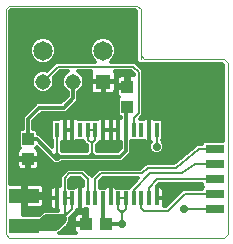
<source format=gtl>
G75*
%MOIN*%
%OFA0B0*%
%FSLAX25Y25*%
%IPPOS*%
%LPD*%
%AMOC8*
5,1,8,0,0,1.08239X$1,22.5*
%
%ADD10C,0.00000*%
%ADD11R,0.10000X0.05000*%
%ADD12R,0.01575X0.04724*%
%ADD13R,0.04331X0.03937*%
%ADD14R,0.03937X0.04331*%
%ADD15R,0.06299X0.03150*%
%ADD16R,0.05150X0.05150*%
%ADD17C,0.05150*%
%ADD18C,0.06496*%
%ADD19C,0.00800*%
%ADD20C,0.21654*%
%ADD21C,0.01200*%
%ADD22C,0.02775*%
%ADD23C,0.03200*%
D10*
X0004100Y0003487D02*
X0005350Y0002238D01*
X0076913Y0002238D01*
X0078163Y0003487D01*
X0078163Y0060675D01*
X0076913Y0061925D01*
X0050350Y0061925D01*
X0049100Y0063175D01*
X0049100Y0061925D01*
X0049100Y0063175D02*
X0049100Y0078488D01*
X0047850Y0079738D01*
X0005350Y0079738D01*
X0004100Y0078488D01*
X0004100Y0003487D01*
D11*
X0010350Y0006300D03*
X0010350Y0016300D03*
D12*
X0021216Y0015508D03*
X0023775Y0015508D03*
X0026334Y0015508D03*
X0028893Y0015508D03*
X0031452Y0015508D03*
X0034011Y0015508D03*
X0036570Y0015508D03*
X0039130Y0015508D03*
X0041689Y0015508D03*
X0044248Y0015508D03*
X0046807Y0015508D03*
X0049366Y0015508D03*
X0051925Y0015508D03*
X0054484Y0015508D03*
X0054484Y0038342D03*
X0051925Y0038342D03*
X0049366Y0038342D03*
X0046807Y0038342D03*
X0044248Y0038342D03*
X0041689Y0038342D03*
X0039130Y0038342D03*
X0036570Y0038342D03*
X0034011Y0038342D03*
X0031452Y0038342D03*
X0028893Y0038342D03*
X0026334Y0038342D03*
X0023775Y0038342D03*
X0021216Y0038342D03*
D13*
X0030754Y0006925D03*
X0037446Y0006925D03*
D14*
X0011600Y0028579D03*
X0011600Y0035271D03*
X0044725Y0046079D03*
X0044725Y0052771D03*
D15*
X0073788Y0031925D03*
X0073788Y0026925D03*
X0073788Y0021925D03*
X0073788Y0016925D03*
X0073788Y0011925D03*
D16*
X0036600Y0054425D03*
D17*
X0026600Y0054425D03*
X0016600Y0054425D03*
D18*
X0016600Y0064779D03*
X0036600Y0064779D03*
D19*
X0046600Y0059425D02*
X0048475Y0057550D01*
X0048475Y0043800D01*
X0046807Y0042132D01*
X0046807Y0038342D01*
X0054484Y0038342D02*
X0054484Y0032791D01*
X0051600Y0025675D02*
X0060975Y0025675D01*
X0068475Y0031925D01*
X0073788Y0031925D01*
X0073788Y0026925D02*
X0067225Y0026925D01*
X0062850Y0023800D01*
X0052225Y0023800D01*
X0046807Y0018382D01*
X0046807Y0015508D01*
X0049366Y0015508D02*
X0049366Y0012284D01*
X0050350Y0011300D01*
X0058162Y0011300D01*
X0063787Y0016925D01*
X0073788Y0016925D01*
X0073788Y0021925D02*
X0054725Y0021925D01*
X0051925Y0019125D01*
X0051925Y0015508D01*
X0049725Y0023800D02*
X0051600Y0025675D01*
X0049725Y0023800D02*
X0035975Y0023800D01*
X0034011Y0021836D01*
X0034011Y0015508D01*
X0031452Y0015508D02*
X0031452Y0022073D01*
X0029725Y0023800D01*
X0025350Y0023800D01*
X0023775Y0022225D01*
X0023775Y0015508D01*
X0023775Y0010350D01*
X0023944Y0010519D01*
X0024881Y0010519D01*
X0022850Y0008488D01*
X0022850Y0009425D02*
X0023775Y0010350D01*
X0024881Y0010519D02*
X0026334Y0011972D01*
X0026334Y0015508D01*
X0023775Y0015508D01*
X0021216Y0029425D02*
X0021216Y0038342D01*
X0027850Y0029425D02*
X0031600Y0029425D01*
X0032850Y0030675D01*
X0034100Y0029425D01*
X0032850Y0029425D02*
X0032850Y0030675D01*
X0032850Y0033800D01*
X0034011Y0034961D01*
X0034011Y0038342D01*
X0031452Y0038342D01*
X0031600Y0038195D01*
X0031600Y0035050D01*
X0032850Y0033800D01*
X0041689Y0015508D02*
X0041689Y0011836D01*
X0042225Y0011300D01*
X0043475Y0011300D01*
X0042850Y0010675D01*
X0042850Y0006925D01*
X0042850Y0010675D02*
X0042225Y0011300D01*
X0043475Y0011300D02*
X0044248Y0012073D01*
X0044248Y0015508D01*
X0041689Y0015508D01*
X0063475Y0011925D02*
X0073788Y0011925D01*
X0046600Y0059425D02*
X0021600Y0059425D01*
X0016600Y0054425D01*
D20*
X0066167Y0047555D03*
D21*
X0056471Y0041202D02*
X0055768Y0041905D01*
X0053775Y0041905D01*
X0053695Y0041985D01*
X0053330Y0042195D01*
X0052923Y0042305D01*
X0051925Y0042305D01*
X0051925Y0038342D01*
X0051925Y0034380D01*
X0052414Y0034380D01*
X0052290Y0034257D01*
X0051896Y0033306D01*
X0051896Y0032276D01*
X0052290Y0031325D01*
X0053018Y0030598D01*
X0053969Y0030204D01*
X0054999Y0030204D01*
X0055949Y0030598D01*
X0056677Y0031325D01*
X0057071Y0032276D01*
X0057071Y0033306D01*
X0056677Y0034257D01*
X0056084Y0034850D01*
X0056084Y0035096D01*
X0056471Y0035483D01*
X0056471Y0041202D01*
X0056197Y0041476D02*
X0076563Y0041476D01*
X0076563Y0040277D02*
X0056471Y0040277D01*
X0056471Y0039079D02*
X0076563Y0039079D01*
X0076563Y0037880D02*
X0056471Y0037880D01*
X0056471Y0036682D02*
X0076563Y0036682D01*
X0076563Y0035483D02*
X0056471Y0035483D01*
X0056649Y0034285D02*
X0069726Y0034285D01*
X0069438Y0033997D02*
X0069438Y0033525D01*
X0068548Y0033525D01*
X0067960Y0033578D01*
X0067896Y0033525D01*
X0067812Y0033525D01*
X0067395Y0033108D01*
X0060396Y0027275D01*
X0050937Y0027275D01*
X0050000Y0026338D01*
X0049062Y0025400D01*
X0035312Y0025400D01*
X0034375Y0024463D01*
X0033349Y0023436D01*
X0032850Y0022938D01*
X0030388Y0025400D01*
X0024687Y0025400D01*
X0023750Y0024463D01*
X0022175Y0022888D01*
X0022175Y0019470D01*
X0021216Y0019470D01*
X0020218Y0019470D01*
X0019811Y0019361D01*
X0019446Y0019150D01*
X0019148Y0018852D01*
X0018938Y0018487D01*
X0018829Y0018081D01*
X0018829Y0015508D01*
X0021216Y0015508D01*
X0021216Y0019470D01*
X0021216Y0015508D01*
X0021216Y0015508D01*
X0021216Y0015508D01*
X0018829Y0015508D01*
X0018829Y0012935D01*
X0018938Y0012528D01*
X0019148Y0012163D01*
X0019446Y0011865D01*
X0019811Y0011655D01*
X0020218Y0011545D01*
X0021216Y0011545D01*
X0021216Y0015508D01*
X0021216Y0015508D01*
X0021216Y0011545D01*
X0021538Y0011545D01*
X0021538Y0011287D01*
X0017293Y0011287D01*
X0016264Y0010861D01*
X0015476Y0010074D01*
X0015476Y0010074D01*
X0015403Y0010000D01*
X0009787Y0010000D01*
X0009787Y0013902D01*
X0009750Y0013939D01*
X0009750Y0015700D01*
X0010950Y0015700D01*
X0010950Y0016900D01*
X0009750Y0016900D01*
X0009750Y0020400D01*
X0005700Y0020400D01*
X0005700Y0077825D01*
X0006013Y0078138D01*
X0047187Y0078138D01*
X0047500Y0077825D01*
X0047500Y0061262D01*
X0048437Y0060325D01*
X0076250Y0060325D01*
X0076563Y0060012D01*
X0076563Y0034700D01*
X0070141Y0034700D01*
X0069438Y0033997D01*
X0067369Y0033086D02*
X0057071Y0033086D01*
X0056910Y0031888D02*
X0065931Y0031888D01*
X0064493Y0030689D02*
X0056041Y0030689D01*
X0052927Y0030689D02*
X0046035Y0030689D01*
X0046048Y0030702D02*
X0046048Y0034780D01*
X0050075Y0034780D01*
X0050155Y0034700D01*
X0050520Y0034489D01*
X0050927Y0034380D01*
X0051925Y0034380D01*
X0051925Y0038342D01*
X0051925Y0038342D01*
X0051925Y0038342D01*
X0051925Y0042305D01*
X0050927Y0042305D01*
X0050520Y0042195D01*
X0050155Y0041985D01*
X0050075Y0041905D01*
X0048842Y0041905D01*
X0050075Y0043137D01*
X0050075Y0058213D01*
X0049138Y0059150D01*
X0047263Y0061025D01*
X0039136Y0061025D01*
X0040371Y0062260D01*
X0041048Y0063895D01*
X0041048Y0065664D01*
X0040371Y0067299D01*
X0039120Y0068550D01*
X0037485Y0069227D01*
X0035715Y0069227D01*
X0034080Y0068550D01*
X0032829Y0067299D01*
X0032152Y0065664D01*
X0032152Y0063895D01*
X0032829Y0062260D01*
X0034064Y0061025D01*
X0020937Y0061025D01*
X0017889Y0057977D01*
X0017351Y0058200D01*
X0015849Y0058200D01*
X0014462Y0057625D01*
X0013400Y0056563D01*
X0012825Y0055176D01*
X0012825Y0053674D01*
X0013400Y0052287D01*
X0014462Y0051225D01*
X0015849Y0050650D01*
X0017351Y0050650D01*
X0018738Y0051225D01*
X0019800Y0052287D01*
X0020375Y0053674D01*
X0020375Y0055176D01*
X0020152Y0055714D01*
X0022263Y0057825D01*
X0024944Y0057825D01*
X0024462Y0057625D01*
X0023400Y0056563D01*
X0022825Y0055176D01*
X0022825Y0053674D01*
X0023400Y0052287D01*
X0024462Y0051225D01*
X0024800Y0051085D01*
X0024800Y0049546D01*
X0022729Y0047475D01*
X0014604Y0047475D01*
X0010854Y0043725D01*
X0009800Y0042671D01*
X0009800Y0038637D01*
X0009134Y0038637D01*
X0008431Y0037934D01*
X0008431Y0032609D01*
X0008882Y0032159D01*
X0008649Y0032024D01*
X0008351Y0031726D01*
X0008141Y0031361D01*
X0008031Y0030955D01*
X0008031Y0028963D01*
X0011216Y0028963D01*
X0011216Y0028194D01*
X0011984Y0028194D01*
X0011984Y0024813D01*
X0013779Y0024813D01*
X0014186Y0024922D01*
X0014551Y0025133D01*
X0014849Y0025431D01*
X0015059Y0025796D01*
X0015168Y0026203D01*
X0015168Y0028194D01*
X0011984Y0028194D01*
X0011984Y0028963D01*
X0015168Y0028963D01*
X0015168Y0030955D01*
X0015059Y0031361D01*
X0014849Y0031726D01*
X0014551Y0032024D01*
X0014318Y0032159D01*
X0014694Y0032535D01*
X0018848Y0028382D01*
X0019023Y0027959D01*
X0019750Y0027232D01*
X0020701Y0026838D01*
X0021731Y0026838D01*
X0022682Y0027232D01*
X0023075Y0027625D01*
X0042971Y0027625D01*
X0046048Y0030702D01*
X0046048Y0031888D02*
X0052057Y0031888D01*
X0051896Y0033086D02*
X0046048Y0033086D01*
X0046048Y0034285D02*
X0052318Y0034285D01*
X0051925Y0035483D02*
X0051925Y0035483D01*
X0051925Y0036682D02*
X0051925Y0036682D01*
X0051925Y0037880D02*
X0051925Y0037880D01*
X0051925Y0039079D02*
X0051925Y0039079D01*
X0051925Y0040277D02*
X0051925Y0040277D01*
X0051925Y0041476D02*
X0051925Y0041476D01*
X0049612Y0042674D02*
X0076563Y0042674D01*
X0076563Y0043873D02*
X0050075Y0043873D01*
X0050075Y0045071D02*
X0076563Y0045071D01*
X0076563Y0046270D02*
X0050075Y0046270D01*
X0050075Y0047468D02*
X0076563Y0047468D01*
X0076563Y0048667D02*
X0050075Y0048667D01*
X0050075Y0049865D02*
X0076563Y0049865D01*
X0076563Y0051064D02*
X0050075Y0051064D01*
X0050075Y0052262D02*
X0076563Y0052262D01*
X0076563Y0053461D02*
X0050075Y0053461D01*
X0050075Y0054659D02*
X0076563Y0054659D01*
X0076563Y0055858D02*
X0050075Y0055858D01*
X0050075Y0057057D02*
X0076563Y0057057D01*
X0076563Y0058255D02*
X0050033Y0058255D01*
X0048834Y0059454D02*
X0076563Y0059454D01*
X0063055Y0029491D02*
X0044836Y0029491D01*
X0043638Y0028292D02*
X0061616Y0028292D01*
X0057575Y0020325D02*
X0055388Y0020325D01*
X0069438Y0020325D01*
X0069438Y0019853D01*
X0069866Y0019425D01*
X0069438Y0018997D01*
X0069438Y0018525D01*
X0063125Y0018525D01*
X0062187Y0017588D01*
X0057500Y0012900D01*
X0056862Y0012900D01*
X0056871Y0012935D01*
X0056871Y0015508D01*
X0056871Y0018081D01*
X0056762Y0018487D01*
X0056552Y0018852D01*
X0056254Y0019150D01*
X0055889Y0019361D01*
X0055482Y0019470D01*
X0054533Y0019470D01*
X0055388Y0020325D01*
X0054484Y0019421D01*
X0054484Y0015508D01*
X0054484Y0019421D01*
X0054484Y0019421D01*
X0054484Y0015508D01*
X0054484Y0015508D01*
X0056871Y0015508D01*
X0054484Y0015508D01*
X0054484Y0015508D01*
X0054484Y0016307D02*
X0054484Y0016307D01*
X0054484Y0017506D02*
X0054484Y0017506D01*
X0054484Y0018704D02*
X0054484Y0018704D01*
X0054965Y0019903D02*
X0069438Y0019903D01*
X0069438Y0018704D02*
X0056637Y0018704D01*
X0057575Y0020325D02*
X0058475Y0019425D01*
X0056871Y0017506D02*
X0062105Y0017506D01*
X0060907Y0016307D02*
X0056871Y0016307D01*
X0056871Y0015109D02*
X0059708Y0015109D01*
X0058510Y0013910D02*
X0056871Y0013910D01*
X0048362Y0022200D02*
X0045232Y0019070D01*
X0042963Y0019070D01*
X0040980Y0019070D01*
X0040899Y0019150D01*
X0040534Y0019361D01*
X0040128Y0019470D01*
X0039130Y0019470D01*
X0039130Y0015508D01*
X0039129Y0015508D01*
X0039129Y0019470D01*
X0038131Y0019470D01*
X0037725Y0019361D01*
X0037360Y0019150D01*
X0037279Y0019070D01*
X0035611Y0019070D01*
X0035611Y0021174D01*
X0036638Y0022200D01*
X0048362Y0022200D01*
X0047263Y0021101D02*
X0035611Y0021101D01*
X0035611Y0019903D02*
X0046065Y0019903D01*
X0049557Y0025895D02*
X0015086Y0025895D01*
X0015168Y0027094D02*
X0020083Y0027094D01*
X0018885Y0028292D02*
X0011984Y0028292D01*
X0011216Y0028292D02*
X0005700Y0028292D01*
X0005700Y0027094D02*
X0008031Y0027094D01*
X0008031Y0026203D02*
X0008141Y0025796D01*
X0008351Y0025431D01*
X0008649Y0025133D01*
X0009014Y0024922D01*
X0009421Y0024813D01*
X0011216Y0024813D01*
X0011216Y0028194D01*
X0008031Y0028194D01*
X0008031Y0026203D01*
X0008114Y0025895D02*
X0005700Y0025895D01*
X0005700Y0024697D02*
X0023984Y0024697D01*
X0022785Y0023498D02*
X0005700Y0023498D01*
X0005700Y0022300D02*
X0022175Y0022300D01*
X0022175Y0021101D02*
X0005700Y0021101D01*
X0009750Y0019903D02*
X0010950Y0019903D01*
X0010950Y0020400D02*
X0010950Y0016900D01*
X0016950Y0016900D01*
X0016950Y0019011D01*
X0016841Y0019418D01*
X0016630Y0019782D01*
X0016332Y0020080D01*
X0015968Y0020291D01*
X0015561Y0020400D01*
X0010950Y0020400D01*
X0010950Y0018704D02*
X0009750Y0018704D01*
X0009750Y0017506D02*
X0010950Y0017506D01*
X0010950Y0016307D02*
X0018829Y0016307D01*
X0018829Y0015109D02*
X0016950Y0015109D01*
X0016950Y0015700D02*
X0016950Y0013589D01*
X0016841Y0013182D01*
X0016630Y0012818D01*
X0016332Y0012520D01*
X0015968Y0012309D01*
X0015561Y0012200D01*
X0010950Y0012200D01*
X0010950Y0015700D01*
X0016950Y0015700D01*
X0016950Y0013910D02*
X0018829Y0013910D01*
X0018889Y0012712D02*
X0016524Y0012712D01*
X0015717Y0010315D02*
X0009787Y0010315D01*
X0009787Y0011513D02*
X0021538Y0011513D01*
X0021216Y0012712D02*
X0021216Y0012712D01*
X0021216Y0013910D02*
X0021216Y0013910D01*
X0021216Y0015109D02*
X0021216Y0015109D01*
X0021216Y0016307D02*
X0021216Y0016307D01*
X0021216Y0017506D02*
X0021216Y0017506D01*
X0021216Y0018704D02*
X0021216Y0018704D01*
X0022175Y0019903D02*
X0016510Y0019903D01*
X0016950Y0018704D02*
X0019063Y0018704D01*
X0018829Y0017506D02*
X0016950Y0017506D01*
X0010950Y0015109D02*
X0009750Y0015109D01*
X0009779Y0013910D02*
X0010950Y0013910D01*
X0010950Y0012712D02*
X0009787Y0012712D01*
X0011216Y0025895D02*
X0011984Y0025895D01*
X0011984Y0027094D02*
X0011216Y0027094D01*
X0008031Y0029491D02*
X0005700Y0029491D01*
X0005700Y0030689D02*
X0008031Y0030689D01*
X0008513Y0031888D02*
X0005700Y0031888D01*
X0005700Y0033086D02*
X0008431Y0033086D01*
X0008431Y0034285D02*
X0005700Y0034285D01*
X0005700Y0035483D02*
X0008431Y0035483D01*
X0008431Y0036682D02*
X0005700Y0036682D01*
X0005700Y0037880D02*
X0008431Y0037880D01*
X0009800Y0039079D02*
X0005700Y0039079D01*
X0005700Y0040277D02*
X0009800Y0040277D01*
X0009800Y0041476D02*
X0005700Y0041476D01*
X0005700Y0042674D02*
X0009804Y0042674D01*
X0011002Y0043873D02*
X0005700Y0043873D01*
X0005700Y0045071D02*
X0012201Y0045071D01*
X0013399Y0046270D02*
X0005700Y0046270D01*
X0005700Y0047468D02*
X0014598Y0047468D01*
X0015350Y0045675D02*
X0011600Y0041925D01*
X0011600Y0035271D01*
X0014504Y0035271D01*
X0020350Y0029425D01*
X0021216Y0029425D01*
X0027850Y0029425D01*
X0032850Y0029425D01*
X0034100Y0029425D01*
X0042225Y0029425D01*
X0044248Y0031448D01*
X0044248Y0038342D01*
X0044248Y0043948D01*
X0044100Y0045675D01*
X0044321Y0045675D01*
X0044725Y0046079D01*
X0042007Y0049191D02*
X0041556Y0048741D01*
X0041556Y0043416D01*
X0042259Y0042713D01*
X0042448Y0042713D01*
X0042448Y0042305D01*
X0041689Y0042305D01*
X0041689Y0038342D01*
X0041689Y0034380D01*
X0042448Y0034380D01*
X0042448Y0032193D01*
X0041479Y0031225D01*
X0034846Y0031225D01*
X0034563Y0031225D01*
X0034450Y0031338D01*
X0034450Y0033137D01*
X0035611Y0034299D01*
X0035611Y0034380D01*
X0036570Y0034380D01*
X0036570Y0038342D01*
X0036571Y0038342D01*
X0036571Y0038342D01*
X0039129Y0038342D01*
X0039129Y0038342D01*
X0039130Y0038342D01*
X0039130Y0038342D01*
X0041688Y0038342D01*
X0041688Y0038342D01*
X0041689Y0038342D02*
X0041689Y0038342D01*
X0041689Y0034380D01*
X0040691Y0034380D01*
X0040409Y0034456D01*
X0040128Y0034380D01*
X0039130Y0034380D01*
X0039130Y0038342D01*
X0041517Y0038342D01*
X0041688Y0038342D01*
X0041689Y0038342D02*
X0041689Y0042305D01*
X0040691Y0042305D01*
X0040409Y0042229D01*
X0040128Y0042305D01*
X0039130Y0042305D01*
X0039130Y0038342D01*
X0039129Y0038342D02*
X0039129Y0034380D01*
X0038131Y0034380D01*
X0037850Y0034456D01*
X0037569Y0034380D01*
X0036571Y0034380D01*
X0036571Y0038342D01*
X0038958Y0038342D01*
X0039129Y0038342D01*
X0039129Y0042305D01*
X0038131Y0042305D01*
X0037850Y0042229D01*
X0037569Y0042305D01*
X0036571Y0042305D01*
X0036571Y0038342D01*
X0036570Y0038342D01*
X0036570Y0042305D01*
X0035572Y0042305D01*
X0035165Y0042195D01*
X0034801Y0041985D01*
X0034720Y0041905D01*
X0028184Y0041905D01*
X0028104Y0041985D01*
X0027739Y0042195D01*
X0027332Y0042305D01*
X0026334Y0042305D01*
X0025336Y0042305D01*
X0025055Y0042229D01*
X0024773Y0042305D01*
X0023775Y0042305D01*
X0022777Y0042305D01*
X0022370Y0042195D01*
X0022005Y0041985D01*
X0021925Y0041905D01*
X0019932Y0041905D01*
X0019229Y0041202D01*
X0019229Y0035483D01*
X0019616Y0035096D01*
X0019616Y0032704D01*
X0015249Y0037071D01*
X0014768Y0037071D01*
X0014768Y0037934D01*
X0014066Y0038637D01*
X0013400Y0038637D01*
X0013400Y0041179D01*
X0016096Y0043875D01*
X0024221Y0043875D01*
X0025275Y0044929D01*
X0028400Y0048054D01*
X0028400Y0051085D01*
X0028738Y0051225D01*
X0029800Y0052287D01*
X0030375Y0053674D01*
X0030375Y0055176D01*
X0029800Y0056563D01*
X0028738Y0057625D01*
X0028256Y0057825D01*
X0032654Y0057825D01*
X0032534Y0057617D01*
X0032425Y0057210D01*
X0032425Y0054612D01*
X0036413Y0054612D01*
X0036413Y0054238D01*
X0036787Y0054238D01*
X0036787Y0050250D01*
X0039385Y0050250D01*
X0039792Y0050359D01*
X0040157Y0050570D01*
X0040455Y0050868D01*
X0040666Y0051233D01*
X0040775Y0051640D01*
X0040775Y0054238D01*
X0036787Y0054238D01*
X0036787Y0054612D01*
X0040775Y0054612D01*
X0040775Y0057210D01*
X0040666Y0057617D01*
X0040546Y0057825D01*
X0045937Y0057825D01*
X0046875Y0056887D01*
X0046875Y0056537D01*
X0045109Y0056537D01*
X0045109Y0053156D01*
X0044341Y0053156D01*
X0044341Y0056537D01*
X0042546Y0056537D01*
X0042139Y0056428D01*
X0041774Y0056217D01*
X0041476Y0055919D01*
X0041266Y0055554D01*
X0041156Y0055147D01*
X0041156Y0053156D01*
X0044341Y0053156D01*
X0044341Y0052387D01*
X0041156Y0052387D01*
X0041156Y0050395D01*
X0041266Y0049989D01*
X0041476Y0049624D01*
X0041774Y0049326D01*
X0042007Y0049191D01*
X0041556Y0048667D02*
X0028400Y0048667D01*
X0027814Y0047468D02*
X0041556Y0047468D01*
X0041556Y0046270D02*
X0026616Y0046270D01*
X0025417Y0045071D02*
X0041556Y0045071D01*
X0041556Y0043873D02*
X0016093Y0043873D01*
X0014895Y0042674D02*
X0042448Y0042674D01*
X0041689Y0041476D02*
X0041689Y0041476D01*
X0041689Y0040277D02*
X0041689Y0040277D01*
X0041689Y0039079D02*
X0041689Y0039079D01*
X0041689Y0038342D02*
X0041689Y0038342D01*
X0041689Y0037880D02*
X0041689Y0037880D01*
X0041689Y0036682D02*
X0041689Y0036682D01*
X0041689Y0035483D02*
X0041689Y0035483D01*
X0042448Y0034285D02*
X0035598Y0034285D01*
X0036570Y0035483D02*
X0036571Y0035483D01*
X0036570Y0036682D02*
X0036571Y0036682D01*
X0036570Y0037880D02*
X0036571Y0037880D01*
X0036570Y0039079D02*
X0036571Y0039079D01*
X0036570Y0040277D02*
X0036571Y0040277D01*
X0036570Y0041476D02*
X0036571Y0041476D01*
X0039129Y0041476D02*
X0039130Y0041476D01*
X0039129Y0040277D02*
X0039130Y0040277D01*
X0039129Y0039079D02*
X0039130Y0039079D01*
X0039130Y0038342D02*
X0039129Y0038342D01*
X0039129Y0037880D02*
X0039130Y0037880D01*
X0039129Y0036682D02*
X0039130Y0036682D01*
X0039129Y0035483D02*
X0039130Y0035483D01*
X0042448Y0033086D02*
X0034450Y0033086D01*
X0034450Y0031888D02*
X0042142Y0031888D01*
X0050756Y0027094D02*
X0022349Y0027094D01*
X0023075Y0031225D02*
X0022816Y0031484D01*
X0022816Y0034380D01*
X0023775Y0034380D01*
X0023775Y0038342D01*
X0023775Y0038342D01*
X0023775Y0034380D01*
X0024773Y0034380D01*
X0025055Y0034456D01*
X0025336Y0034380D01*
X0026334Y0034380D01*
X0026334Y0038342D01*
X0026334Y0038342D01*
X0023775Y0038342D01*
X0023775Y0038342D01*
X0023775Y0042305D01*
X0023775Y0038342D01*
X0023775Y0038342D01*
X0026163Y0038342D01*
X0026334Y0038342D01*
X0026334Y0038342D01*
X0026334Y0034380D01*
X0027332Y0034380D01*
X0027739Y0034489D01*
X0028104Y0034700D01*
X0028184Y0034780D01*
X0030000Y0034780D01*
X0030000Y0034387D01*
X0030937Y0033450D01*
X0031250Y0033137D01*
X0031250Y0031338D01*
X0031137Y0031225D01*
X0023075Y0031225D01*
X0022816Y0031888D02*
X0031250Y0031888D01*
X0031250Y0033086D02*
X0022816Y0033086D01*
X0022816Y0034285D02*
X0030102Y0034285D01*
X0026334Y0035483D02*
X0026334Y0035483D01*
X0026334Y0036682D02*
X0026334Y0036682D01*
X0026334Y0037880D02*
X0026334Y0037880D01*
X0026334Y0038342D02*
X0026334Y0042305D01*
X0026334Y0038342D01*
X0026334Y0038342D01*
X0026334Y0039079D02*
X0026334Y0039079D01*
X0026334Y0040277D02*
X0026334Y0040277D01*
X0026334Y0041476D02*
X0026334Y0041476D01*
X0023775Y0041476D02*
X0023775Y0041476D01*
X0023775Y0040277D02*
X0023775Y0040277D01*
X0023775Y0039079D02*
X0023775Y0039079D01*
X0023775Y0037880D02*
X0023775Y0037880D01*
X0023775Y0036682D02*
X0023775Y0036682D01*
X0023775Y0035483D02*
X0023775Y0035483D01*
X0019616Y0034285D02*
X0018036Y0034285D01*
X0019234Y0033086D02*
X0019616Y0033086D01*
X0019229Y0035483D02*
X0016837Y0035483D01*
X0015639Y0036682D02*
X0019229Y0036682D01*
X0019229Y0037880D02*
X0014768Y0037880D01*
X0013400Y0039079D02*
X0019229Y0039079D01*
X0019229Y0040277D02*
X0013400Y0040277D01*
X0013696Y0041476D02*
X0019503Y0041476D01*
X0023475Y0045675D02*
X0015350Y0045675D01*
X0014850Y0051064D02*
X0005700Y0051064D01*
X0005700Y0049865D02*
X0024800Y0049865D01*
X0024800Y0051064D02*
X0018350Y0051064D01*
X0019776Y0052262D02*
X0023424Y0052262D01*
X0022913Y0053461D02*
X0020286Y0053461D01*
X0020375Y0054659D02*
X0022825Y0054659D01*
X0023108Y0055858D02*
X0020296Y0055858D01*
X0021494Y0057057D02*
X0023893Y0057057D01*
X0026600Y0054425D02*
X0026600Y0048800D01*
X0023475Y0045675D01*
X0023921Y0048667D02*
X0005700Y0048667D01*
X0005700Y0052262D02*
X0013424Y0052262D01*
X0012913Y0053461D02*
X0005700Y0053461D01*
X0005700Y0054659D02*
X0012825Y0054659D01*
X0013108Y0055858D02*
X0005700Y0055858D01*
X0005700Y0057057D02*
X0013893Y0057057D01*
X0014941Y0060652D02*
X0005700Y0060652D01*
X0005700Y0059454D02*
X0019366Y0059454D01*
X0019120Y0061008D02*
X0020371Y0062260D01*
X0021048Y0063895D01*
X0021048Y0065664D01*
X0020371Y0067299D01*
X0019120Y0068550D01*
X0017485Y0069227D01*
X0015715Y0069227D01*
X0014080Y0068550D01*
X0012829Y0067299D01*
X0012152Y0065664D01*
X0012152Y0063895D01*
X0012829Y0062260D01*
X0014080Y0061008D01*
X0015715Y0060331D01*
X0017485Y0060331D01*
X0019120Y0061008D01*
X0018259Y0060652D02*
X0020564Y0060652D01*
X0019962Y0061851D02*
X0033238Y0061851D01*
X0032502Y0063049D02*
X0020698Y0063049D01*
X0021048Y0064248D02*
X0032152Y0064248D01*
X0032152Y0065446D02*
X0021048Y0065446D01*
X0020642Y0066645D02*
X0032558Y0066645D01*
X0033373Y0067843D02*
X0019827Y0067843D01*
X0017933Y0069042D02*
X0035267Y0069042D01*
X0037933Y0069042D02*
X0047500Y0069042D01*
X0047500Y0067843D02*
X0039827Y0067843D01*
X0040642Y0066645D02*
X0047500Y0066645D01*
X0047500Y0065446D02*
X0041048Y0065446D01*
X0041048Y0064248D02*
X0047500Y0064248D01*
X0047500Y0063049D02*
X0040698Y0063049D01*
X0039962Y0061851D02*
X0047500Y0061851D01*
X0047636Y0060652D02*
X0048110Y0060652D01*
X0046706Y0057057D02*
X0040775Y0057057D01*
X0040775Y0055858D02*
X0041441Y0055858D01*
X0041156Y0054659D02*
X0040775Y0054659D01*
X0040775Y0053461D02*
X0041156Y0053461D01*
X0041156Y0052262D02*
X0040775Y0052262D01*
X0040568Y0051064D02*
X0041156Y0051064D01*
X0041337Y0049865D02*
X0028400Y0049865D01*
X0028400Y0051064D02*
X0032632Y0051064D01*
X0032534Y0051233D02*
X0032745Y0050868D01*
X0033043Y0050570D01*
X0033408Y0050359D01*
X0033815Y0050250D01*
X0036413Y0050250D01*
X0036413Y0054238D01*
X0032425Y0054238D01*
X0032425Y0051640D01*
X0032534Y0051233D01*
X0032425Y0052262D02*
X0029776Y0052262D01*
X0030286Y0053461D02*
X0032425Y0053461D01*
X0032425Y0054659D02*
X0030375Y0054659D01*
X0030092Y0055858D02*
X0032425Y0055858D01*
X0032425Y0057057D02*
X0029307Y0057057D01*
X0036413Y0053461D02*
X0036787Y0053461D01*
X0036787Y0052262D02*
X0036413Y0052262D01*
X0036413Y0051064D02*
X0036787Y0051064D01*
X0044341Y0053461D02*
X0045109Y0053461D01*
X0045109Y0054659D02*
X0044341Y0054659D01*
X0044341Y0055858D02*
X0045109Y0055858D01*
X0047500Y0070240D02*
X0005700Y0070240D01*
X0005700Y0071439D02*
X0047500Y0071439D01*
X0047500Y0072637D02*
X0005700Y0072637D01*
X0005700Y0073836D02*
X0047500Y0073836D01*
X0047500Y0075034D02*
X0005700Y0075034D01*
X0005700Y0076233D02*
X0047500Y0076233D01*
X0047500Y0077431D02*
X0005700Y0077431D01*
X0005700Y0069042D02*
X0015267Y0069042D01*
X0013373Y0067843D02*
X0005700Y0067843D01*
X0005700Y0066645D02*
X0012558Y0066645D01*
X0012152Y0065446D02*
X0005700Y0065446D01*
X0005700Y0064248D02*
X0012152Y0064248D01*
X0012502Y0063049D02*
X0005700Y0063049D01*
X0005700Y0061851D02*
X0013238Y0061851D01*
X0018167Y0058255D02*
X0005700Y0058255D01*
X0014687Y0031888D02*
X0015342Y0031888D01*
X0015168Y0030689D02*
X0016540Y0030689D01*
X0017739Y0029491D02*
X0015168Y0029491D01*
X0025375Y0021562D02*
X0025375Y0019070D01*
X0027043Y0019070D01*
X0027123Y0019150D01*
X0027488Y0019361D01*
X0027895Y0019470D01*
X0028893Y0019470D01*
X0028893Y0015508D01*
X0028893Y0015508D01*
X0028893Y0019470D01*
X0029852Y0019470D01*
X0029852Y0021410D01*
X0029062Y0022200D01*
X0026013Y0022200D01*
X0025375Y0021562D01*
X0025375Y0021101D02*
X0029852Y0021101D01*
X0029852Y0019903D02*
X0025375Y0019903D01*
X0028893Y0018704D02*
X0028893Y0018704D01*
X0028893Y0017506D02*
X0028893Y0017506D01*
X0028893Y0016307D02*
X0028893Y0016307D01*
X0028893Y0015508D02*
X0028893Y0011545D01*
X0027934Y0011545D01*
X0027934Y0011309D01*
X0026997Y0010372D01*
X0026481Y0009856D01*
X0026481Y0009856D01*
X0025650Y0009025D01*
X0025650Y0007931D01*
X0025224Y0006901D01*
X0024436Y0006114D01*
X0024436Y0006114D01*
X0022249Y0003926D01*
X0022034Y0003837D01*
X0027444Y0003837D01*
X0027308Y0003974D01*
X0027097Y0004339D01*
X0026988Y0004746D01*
X0026988Y0006541D01*
X0030369Y0006541D01*
X0030369Y0007309D01*
X0026988Y0007309D01*
X0026988Y0009104D01*
X0027097Y0009511D01*
X0027308Y0009876D01*
X0027606Y0010174D01*
X0027971Y0010384D01*
X0028378Y0010493D01*
X0030369Y0010493D01*
X0030369Y0007309D01*
X0031138Y0007309D01*
X0031138Y0010493D01*
X0031225Y0010493D01*
X0031225Y0011945D01*
X0030743Y0011945D01*
X0030663Y0011865D01*
X0030298Y0011655D01*
X0029891Y0011545D01*
X0028893Y0011545D01*
X0028893Y0015508D01*
X0028893Y0015508D01*
X0028893Y0015109D02*
X0028893Y0015109D01*
X0028893Y0013910D02*
X0028893Y0013910D01*
X0028893Y0012712D02*
X0028893Y0012712D01*
X0027934Y0011513D02*
X0031225Y0011513D01*
X0031138Y0010315D02*
X0030369Y0010315D01*
X0030369Y0009116D02*
X0031138Y0009116D01*
X0031138Y0007918D02*
X0030369Y0007918D01*
X0030369Y0006719D02*
X0025041Y0006719D01*
X0025645Y0007918D02*
X0026988Y0007918D01*
X0026991Y0009116D02*
X0025741Y0009116D01*
X0026940Y0010315D02*
X0027850Y0010315D01*
X0026988Y0005521D02*
X0023843Y0005521D01*
X0022644Y0004322D02*
X0027107Y0004322D01*
X0036570Y0007299D02*
X0037446Y0006925D01*
X0042850Y0006925D01*
X0036570Y0007299D02*
X0036570Y0015508D01*
X0039129Y0016307D02*
X0039130Y0016307D01*
X0039129Y0017506D02*
X0039130Y0017506D01*
X0039129Y0018704D02*
X0039130Y0018704D01*
X0034609Y0024697D02*
X0031091Y0024697D01*
X0032290Y0023498D02*
X0033410Y0023498D01*
D22*
X0027850Y0020675D03*
X0021216Y0029425D03*
X0017850Y0038175D03*
X0009100Y0049425D03*
X0012225Y0021300D03*
X0017850Y0008488D03*
X0022850Y0008488D03*
X0025975Y0005050D03*
X0039100Y0020675D03*
X0047850Y0029425D03*
X0054484Y0032791D03*
X0058475Y0019425D03*
X0063475Y0011925D03*
X0042850Y0006925D03*
D23*
X0022850Y0008488D02*
X0020663Y0006300D01*
X0010350Y0006300D01*
X0015662Y0006300D01*
X0017850Y0008488D01*
X0022850Y0008488D01*
X0010975Y0006925D02*
X0010350Y0006300D01*
M02*

</source>
